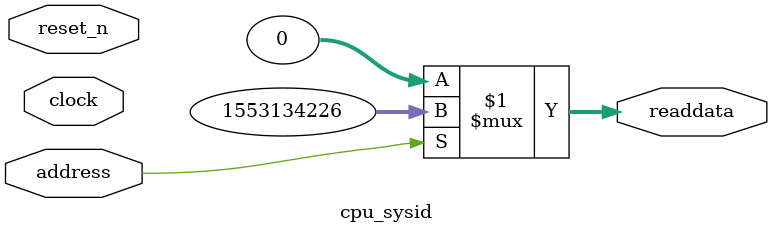
<source format=v>

`timescale 1ns / 1ps
// synthesis translate_on

// turn off superfluous verilog processor warnings 
// altera message_level Level1 
// altera message_off 10034 10035 10036 10037 10230 10240 10030 

module cpu_sysid (
               // inputs:
                address,
                clock,
                reset_n,

               // outputs:
                readdata
             )
;

  output  [ 31: 0] readdata;
  input            address;
  input            clock;
  input            reset_n;

  wire    [ 31: 0] readdata;
  //control_slave, which is an e_avalon_slave
  assign readdata = address ? 1553134226 : 0;

endmodule




</source>
